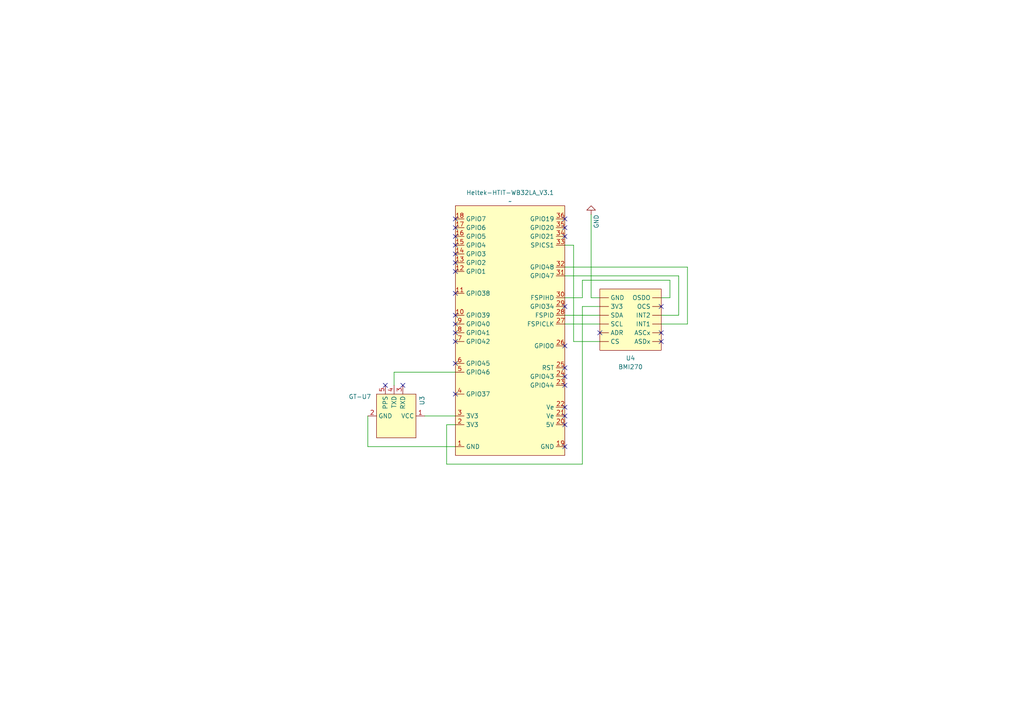
<source format=kicad_sch>
(kicad_sch (version 20231120) (generator "eeschema") (generator_version "8.0")
  (paper "A4")
  (title_block (title "Heltek + GPS + Accelerometer") (company "Sprocket Systems"))
  (lib_symbols
    (symbol "Visor:Bosch-BMI270"
      (property "Reference" "U" (at -8.382 10.922 0))
      (property "Value" "BMI270" (at 0 -10.922 0))
      (symbol "Bosch-BMI270_0_1"
        (rectangle (start -8.89 8.89) (end 8.89 -8.89) (fill (type background)))
      )
      (symbol "Bosch-BMI270_1_1"
        (pin power_in line (at -8.89 3.81 0) (length 2.54) (name "3V3") (number ""))
        (pin input line (at -8.89 -3.81 0) (length 2.54) (name "ADR") (number ""))
        (pin input line (at 8.89 -3.81 180) (length 2.54) (name "ASCx") (number ""))
        (pin bidirectional line (at 8.89 -6.35 180) (length 2.54) (name "ASDx") (number ""))
        (pin input line (at -8.89 -6.35 0) (length 2.54) (name "CS") (number ""))
        (pin power_in line (at -8.89 6.35 0) (length 2.54) (name "GND") (number ""))
        (pin output line (at 8.89 -1.27 180) (length 2.54) (name "INT1") (number ""))
        (pin output line (at 8.89 1.27 180) (length 2.54) (name "INT2") (number ""))
        (pin open_collector line (at 8.89 3.81 180) (length 2.54) (name "OCS") (number ""))
        (pin output line (at 8.89 6.35 180) (length 2.54) (name "OSDO") (number ""))
        (pin input line (at -8.89 -1.27 0) (length 2.54) (name "SCL") (number ""))
        (pin bidirectional line (at -8.89 1.27 0) (length 2.54) (name "SDA") (number ""))
      )
    )
    (symbol "Visor:GT-U7_GPS_Module"
      (property "Reference" "U" (at -5.588 -2.794 0))
      (property "Value" "GT-U7" (at 3.302 -2.794 0))
      (symbol "GT-U7_GPS_Module_1_1"
        (rectangle (start -6.35 -3.81) (end 6.35 -15.24) (fill (type background)))
        (pin power_in line (at 0 -1.27 270) (length 2.54) (name "VCC") (number "1"))
        (pin power_in line (at 0 -17.78 90) (length 2.54) (name "GND") (number "2"))
        (pin input line (at -8.89 -7.62 0) (length 2.54) (name "RXD") (number "3"))
        (pin output line (at -8.89 -10.16 0) (length 2.54) (name "TXD") (number "4"))
        (pin output line (at -8.89 -12.7 0) (length 2.54) (name "PPS") (number "5"))
      )
    )
    (symbol "Visor:Heltek_WiFi_LoRa_32(V3)"
      (property "Reference" "U" (at -16.256 39.878 0))
      (property "Value" "Heltek-HTIT-WB32LA" (at -0.254 -36.576 0))
      (symbol "Heltek_WiFi_LoRa_32(V3)_0_1"
        (rectangle (start -16.51 38.1) (end 15.24 -34.29) (fill (type background)))
      )
      (symbol "Heltek_WiFi_LoRa_32(V3)_1_1"
        (pin power_out line (at -16.51 -31.75 0) (length 2.54) (name "GND") (number "1"))
        (pin bidirectional line (at -16.51 6.35 0) (length 2.54) (name "GPIO39") (number "10"))
        (pin bidirectional line (at -16.51 12.7 0) (length 2.54) (name "GPIO38") (number "11"))
        (pin bidirectional line (at -16.51 19.05 0) (length 2.54) (name "GPIO1") (number "12"))
        (pin bidirectional line (at -16.51 21.59 0) (length 2.54) (name "GPIO2") (number "13"))
        (pin bidirectional line (at -16.51 24.13 0) (length 2.54) (name "GPIO3") (number "14"))
        (pin bidirectional line (at -16.51 26.67 0) (length 2.54) (name "GPIO4") (number "15"))
        (pin bidirectional line (at -16.51 29.21 0) (length 2.54) (name "GPIO5") (number "16"))
        (pin bidirectional line (at -16.51 31.75 0) (length 2.54) (name "GPIO6") (number "17"))
        (pin bidirectional line (at -16.51 34.29 0) (length 2.54) (name "GPIO7") (number "18"))
        (pin power_out line (at 15.24 -31.75 180) (length 2.54) (name "GND") (number "19"))
        (pin power_out line (at -16.51 -25.4 0) (length 2.54) (name "3V3") (number "2"))
        (pin power_out line (at 15.24 -25.4 180) (length 2.54) (name "5V") (number "20"))
        (pin bidirectional line (at 15.24 -22.86 180) (length 2.54) (name "Ve") (number "21"))
        (pin bidirectional line (at 15.24 -20.32 180) (length 2.54) (name "Ve") (number "22"))
        (pin bidirectional line (at 15.24 -13.97 180) (length 2.54) (name "GPIO44") (number "23"))
        (pin bidirectional line (at 15.24 -11.43 180) (length 2.54) (name "GPIO43") (number "24"))
        (pin input line (at 15.24 -8.89 180) (length 2.54) (name "RST") (number "25"))
        (pin bidirectional line (at 15.24 -2.54 180) (length 2.54) (name "GPIO0") (number "26"))
        (pin bidirectional line (at 15.24 3.81 180) (length 2.54) (name "GPIO36") (number "27") (alternate "FSPICLK" output line))
        (pin bidirectional line (at 15.24 6.35 180) (length 2.54) (name "GPIO35") (number "28") (alternate "FSPID" bidirectional line))
        (pin bidirectional line (at 15.24 8.89 180) (length 2.54) (name "GPIO34") (number "29") (alternate "FSPIHD" input line))
        (pin power_out line (at -16.51 -22.86 0) (length 2.54) (name "3V3") (number "3"))
        (pin bidirectional line (at 15.24 11.43 180) (length 2.54) (name "GPIO33") (number "30") (alternate "FSPIHD" input line))
        (pin bidirectional line (at 15.24 17.78 180) (length 2.54) (name "GPIO47") (number "31"))
        (pin bidirectional line (at 15.24 20.32 180) (length 2.54) (name "GPIO48") (number "32"))
        (pin bidirectional line (at 15.24 26.67 180) (length 2.54) (name "GPIO26") (number "33") (alternate "SPICS1" output line))
        (pin bidirectional line (at 15.24 29.21 180) (length 2.54) (name "GPIO21") (number "34"))
        (pin bidirectional line (at 15.24 31.75 180) (length 2.54) (name "GPIO20") (number "35"))
        (pin bidirectional line (at 15.24 34.29 180) (length 2.54) (name "GPIO19") (number "36"))
        (pin bidirectional line (at -16.51 -16.51 0) (length 2.54) (name "GPIO37") (number "4"))
        (pin bidirectional line (at -16.51 -10.16 0) (length 2.54) (name "GPIO46") (number "5"))
        (pin bidirectional line (at -16.51 -7.62 0) (length 2.54) (name "GPIO45") (number "6"))
        (pin bidirectional line (at -16.51 -1.27 0) (length 2.54) (name "GPIO42") (number "7"))
        (pin bidirectional line (at -16.51 1.27 0) (length 2.54) (name "GPIO41") (number "8"))
        (pin bidirectional line (at -16.51 3.81 0) (length 2.54) (name "GPIO40") (number "9"))
      )
    )
    (symbol "power:GND" (power) (pin_numbers hide) (pin_names (offset 0) hide)
      (property "Value" "GND" (at 0 -3.81 0))
      (symbol "GND_0_1"
        (polyline (pts (xy 0 0) (xy 0 -1.27) (xy 1.27 -1.27) (xy 0 -2.54) (xy -1.27 -1.27) (xy 0 -1.27)))
      )
      (symbol "GND_1_1"
        (pin power_in line (at 0 0 270) (length 0) (name "~") (number "1"))
      )
    )
  )
  (no_connect (at 116.84 111.76))
  (no_connect (at 132.08 76.2))
  (no_connect (at 132.08 85.09))
  (no_connect (at 132.08 78.74))
  (no_connect (at 163.83 109.22))
  (no_connect (at 111.76 111.76))
  (no_connect (at 163.83 88.9))
  (no_connect (at 132.08 66.04))
  (no_connect (at 132.08 71.12))
  (no_connect (at 191.77 88.9))
  (no_connect (at 132.08 99.06))
  (no_connect (at 163.83 120.65))
  (no_connect (at 163.83 106.68))
  (no_connect (at 132.08 73.66))
  (no_connect (at 132.08 91.44))
  (no_connect (at 163.83 66.04))
  (no_connect (at 132.08 105.41))
  (no_connect (at 163.83 63.5))
  (no_connect (at 163.83 100.33))
  (no_connect (at 163.83 111.76))
  (no_connect (at 163.83 123.19))
  (no_connect (at 132.08 96.52))
  (no_connect (at 163.83 118.11))
  (no_connect (at 173.99 96.52))
  (no_connect (at 132.08 114.3))
  (no_connect (at 191.77 96.52))
  (no_connect (at 163.83 129.54))
  (no_connect (at 132.08 93.98))
  (no_connect (at 132.08 63.5))
  (no_connect (at 132.08 68.58))
  (no_connect (at 191.77 99.06))
  (no_connect (at 163.83 68.58))
  (wire (pts (xy 106.68 129.54) (xy 132.08 129.54)))
  (wire (pts (xy 168.91 134.62) (xy 129.54 134.62)))
  (wire (pts (xy 199.39 93.98) (xy 199.39 77.47)))
  (wire (pts (xy 191.77 93.98) (xy 199.39 93.98)))
  (wire (pts (xy 166.37 99.06) (xy 166.37 71.12)))
  (wire (pts (xy 114.3 107.95) (xy 132.08 107.95)))
  (wire (pts (xy 168.91 86.36) (xy 168.91 81.28)))
  (wire (pts (xy 168.91 81.28) (xy 194.31 81.28)))
  (wire (pts (xy 191.77 86.36) (xy 194.31 86.36)))
  (wire (pts (xy 191.77 91.44) (xy 196.85 91.44)))
  (wire (pts (xy 114.3 111.76) (xy 114.3 107.95)))
  (wire (pts (xy 129.54 134.62) (xy 129.54 123.19)))
  (wire (pts (xy 123.19 120.65) (xy 132.08 120.65)))
  (wire (pts (xy 106.68 120.65) (xy 106.68 129.54)))
  (wire (pts (xy 196.85 91.44) (xy 196.85 80.01)))
  (wire (pts (xy 168.91 88.9) (xy 168.91 134.62)))
  (wire (pts (xy 163.83 86.36) (xy 168.91 86.36)))
  (wire (pts (xy 194.31 86.36) (xy 194.31 81.28)))
  (wire (pts (xy 163.83 91.44) (xy 173.99 91.44)))
  (wire (pts (xy 173.99 88.9) (xy 168.91 88.9)))
  (wire (pts (xy 163.83 80.01) (xy 196.85 80.01)))
  (wire (pts (xy 129.54 123.19) (xy 132.08 123.19)))
  (wire (pts (xy 166.37 71.12) (xy 163.83 71.12)))
  (wire (pts (xy 171.45 62.23) (xy 171.45 86.36)))
  (wire (pts (xy 199.39 77.47) (xy 163.83 77.47)))
  (wire (pts (xy 163.83 93.98) (xy 173.99 93.98)))
  (wire (pts (xy 173.99 99.06) (xy 166.37 99.06)))
  (wire (pts (xy 171.45 86.36) (xy 173.99 86.36)))
  (symbol (lib_id "Visor:Bosch-BMI270") (at 182.88 92.71 0) (unit 1)
    (property "Reference" "U4" (at 182.88 103.886 0))
    (property "Value" "BMI270" (at 182.88 106.426 0))
  )
  (symbol (lib_id "Visor:GT-U7_GPS_Module") (at 124.46 120.65 270) (unit 1)
    (property "Reference" "U3" (at 122.428 114.808 0) (effects (justify left)))
    (property "Value" "GT-U7" (at 101.092 115.062 90) (effects (justify left)))
    (property "Footprint" "GT-U7_GPS-Module:GT-U7_SMT" (effects (hide yes)))
    (property "Description" "GPS Module GT-U7 with NEO-6M" (effects (hide yes)))
  )
  (symbol (lib_id "Visor:Heltek_WiFi_LoRa_32(V3)") (at 148.59 97.79 0) (unit 1)
    (property "Reference" "Heltek-HTIT-WB32LA_V3.1" (at 147.955 55.88 0))
    (property "Value" "~" (at 147.955 58.42 0))
    (pin "30" (alternate "FSPIHD"))
    (pin "27" (alternate "FSPICLK"))
    (pin "28" (alternate "FSPID"))
    (pin "33" (alternate "SPICS1"))
  )
  (symbol (lib_id "power:GND") (at 171.45 62.23 180) (unit 1)
    (property "Reference" "#PWR011" (effects (hide yes)))
    (property "Value" "GND" (at 172.974 66.294 90) (effects (justify right)))
    (property "Description" "Power symbol creates a global label with name \"GND\" , ground" (effects (hide yes)))
  )
)
</source>
